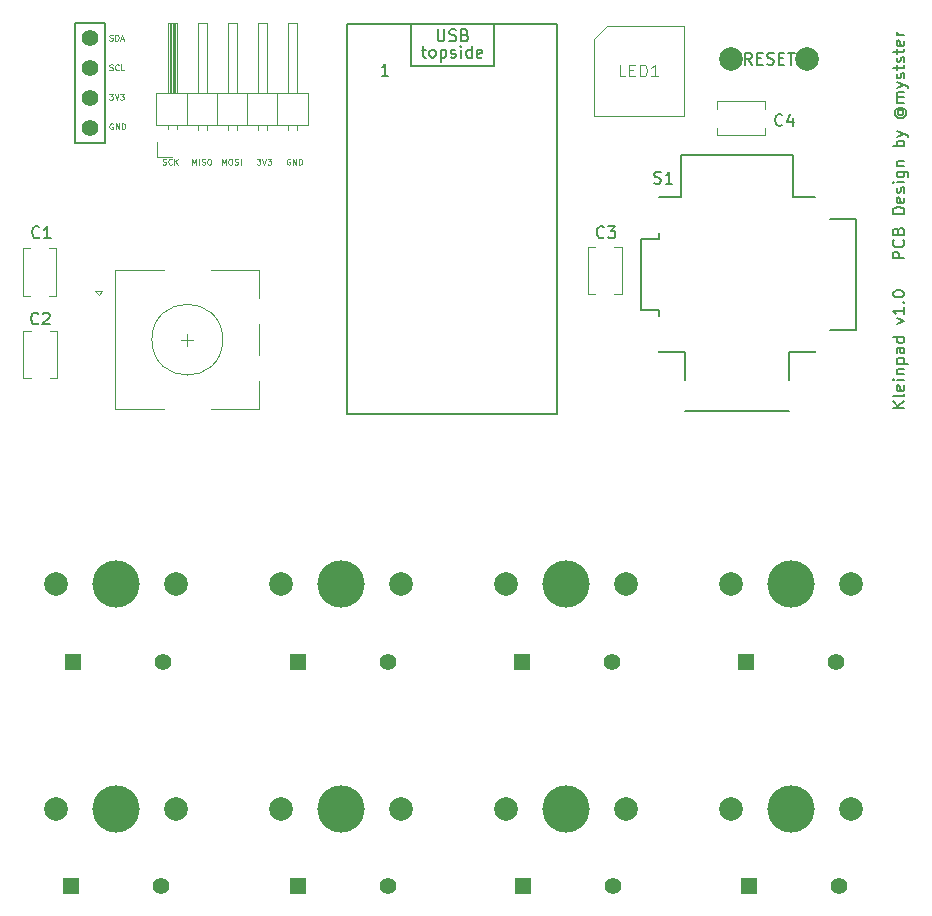
<source format=gbr>
G04 #@! TF.GenerationSoftware,KiCad,Pcbnew,9.0.3*
G04 #@! TF.CreationDate,2025-07-19T22:29:45+09:00*
G04 #@! TF.ProjectId,kleinpad,6b6c6569-6e70-4616-942e-6b696361645f,1.0*
G04 #@! TF.SameCoordinates,Original*
G04 #@! TF.FileFunction,Legend,Top*
G04 #@! TF.FilePolarity,Positive*
%FSLAX46Y46*%
G04 Gerber Fmt 4.6, Leading zero omitted, Abs format (unit mm)*
G04 Created by KiCad (PCBNEW 9.0.3) date 2025-07-19 22:29:45*
%MOMM*%
%LPD*%
G01*
G04 APERTURE LIST*
%ADD10C,0.100000*%
%ADD11C,0.200000*%
%ADD12C,0.150000*%
%ADD13C,0.120000*%
%ADD14C,0.127000*%
%ADD15R,1.397000X1.397000*%
%ADD16C,1.397000*%
%ADD17C,2.000000*%
%ADD18C,4.000000*%
G04 APERTURE END LIST*
D10*
X121210461Y-74409109D02*
X121210461Y-73909109D01*
X121210461Y-73909109D02*
X121377128Y-74266252D01*
X121377128Y-74266252D02*
X121543794Y-73909109D01*
X121543794Y-73909109D02*
X121543794Y-74409109D01*
X121877128Y-73909109D02*
X121972366Y-73909109D01*
X121972366Y-73909109D02*
X122019985Y-73932919D01*
X122019985Y-73932919D02*
X122067604Y-73980538D01*
X122067604Y-73980538D02*
X122091414Y-74075776D01*
X122091414Y-74075776D02*
X122091414Y-74242442D01*
X122091414Y-74242442D02*
X122067604Y-74337680D01*
X122067604Y-74337680D02*
X122019985Y-74385300D01*
X122019985Y-74385300D02*
X121972366Y-74409109D01*
X121972366Y-74409109D02*
X121877128Y-74409109D01*
X121877128Y-74409109D02*
X121829509Y-74385300D01*
X121829509Y-74385300D02*
X121781890Y-74337680D01*
X121781890Y-74337680D02*
X121758081Y-74242442D01*
X121758081Y-74242442D02*
X121758081Y-74075776D01*
X121758081Y-74075776D02*
X121781890Y-73980538D01*
X121781890Y-73980538D02*
X121829509Y-73932919D01*
X121829509Y-73932919D02*
X121877128Y-73909109D01*
X122281891Y-74385300D02*
X122353319Y-74409109D01*
X122353319Y-74409109D02*
X122472367Y-74409109D01*
X122472367Y-74409109D02*
X122519986Y-74385300D01*
X122519986Y-74385300D02*
X122543795Y-74361490D01*
X122543795Y-74361490D02*
X122567605Y-74313871D01*
X122567605Y-74313871D02*
X122567605Y-74266252D01*
X122567605Y-74266252D02*
X122543795Y-74218633D01*
X122543795Y-74218633D02*
X122519986Y-74194823D01*
X122519986Y-74194823D02*
X122472367Y-74171014D01*
X122472367Y-74171014D02*
X122377129Y-74147204D01*
X122377129Y-74147204D02*
X122329510Y-74123395D01*
X122329510Y-74123395D02*
X122305700Y-74099585D01*
X122305700Y-74099585D02*
X122281891Y-74051966D01*
X122281891Y-74051966D02*
X122281891Y-74004347D01*
X122281891Y-74004347D02*
X122305700Y-73956728D01*
X122305700Y-73956728D02*
X122329510Y-73932919D01*
X122329510Y-73932919D02*
X122377129Y-73909109D01*
X122377129Y-73909109D02*
X122496176Y-73909109D01*
X122496176Y-73909109D02*
X122567605Y-73932919D01*
X122781890Y-74409109D02*
X122781890Y-73909109D01*
X118710461Y-74409109D02*
X118710461Y-73909109D01*
X118710461Y-73909109D02*
X118877128Y-74266252D01*
X118877128Y-74266252D02*
X119043794Y-73909109D01*
X119043794Y-73909109D02*
X119043794Y-74409109D01*
X119281890Y-74409109D02*
X119281890Y-73909109D01*
X119496176Y-74385300D02*
X119567604Y-74409109D01*
X119567604Y-74409109D02*
X119686652Y-74409109D01*
X119686652Y-74409109D02*
X119734271Y-74385300D01*
X119734271Y-74385300D02*
X119758080Y-74361490D01*
X119758080Y-74361490D02*
X119781890Y-74313871D01*
X119781890Y-74313871D02*
X119781890Y-74266252D01*
X119781890Y-74266252D02*
X119758080Y-74218633D01*
X119758080Y-74218633D02*
X119734271Y-74194823D01*
X119734271Y-74194823D02*
X119686652Y-74171014D01*
X119686652Y-74171014D02*
X119591414Y-74147204D01*
X119591414Y-74147204D02*
X119543795Y-74123395D01*
X119543795Y-74123395D02*
X119519985Y-74099585D01*
X119519985Y-74099585D02*
X119496176Y-74051966D01*
X119496176Y-74051966D02*
X119496176Y-74004347D01*
X119496176Y-74004347D02*
X119519985Y-73956728D01*
X119519985Y-73956728D02*
X119543795Y-73932919D01*
X119543795Y-73932919D02*
X119591414Y-73909109D01*
X119591414Y-73909109D02*
X119710461Y-73909109D01*
X119710461Y-73909109D02*
X119781890Y-73932919D01*
X120091413Y-73909109D02*
X120186651Y-73909109D01*
X120186651Y-73909109D02*
X120234270Y-73932919D01*
X120234270Y-73932919D02*
X120281889Y-73980538D01*
X120281889Y-73980538D02*
X120305699Y-74075776D01*
X120305699Y-74075776D02*
X120305699Y-74242442D01*
X120305699Y-74242442D02*
X120281889Y-74337680D01*
X120281889Y-74337680D02*
X120234270Y-74385300D01*
X120234270Y-74385300D02*
X120186651Y-74409109D01*
X120186651Y-74409109D02*
X120091413Y-74409109D01*
X120091413Y-74409109D02*
X120043794Y-74385300D01*
X120043794Y-74385300D02*
X119996175Y-74337680D01*
X119996175Y-74337680D02*
X119972366Y-74242442D01*
X119972366Y-74242442D02*
X119972366Y-74075776D01*
X119972366Y-74075776D02*
X119996175Y-73980538D01*
X119996175Y-73980538D02*
X120043794Y-73932919D01*
X120043794Y-73932919D02*
X120091413Y-73909109D01*
X116186652Y-74385300D02*
X116258080Y-74409109D01*
X116258080Y-74409109D02*
X116377128Y-74409109D01*
X116377128Y-74409109D02*
X116424747Y-74385300D01*
X116424747Y-74385300D02*
X116448556Y-74361490D01*
X116448556Y-74361490D02*
X116472366Y-74313871D01*
X116472366Y-74313871D02*
X116472366Y-74266252D01*
X116472366Y-74266252D02*
X116448556Y-74218633D01*
X116448556Y-74218633D02*
X116424747Y-74194823D01*
X116424747Y-74194823D02*
X116377128Y-74171014D01*
X116377128Y-74171014D02*
X116281890Y-74147204D01*
X116281890Y-74147204D02*
X116234271Y-74123395D01*
X116234271Y-74123395D02*
X116210461Y-74099585D01*
X116210461Y-74099585D02*
X116186652Y-74051966D01*
X116186652Y-74051966D02*
X116186652Y-74004347D01*
X116186652Y-74004347D02*
X116210461Y-73956728D01*
X116210461Y-73956728D02*
X116234271Y-73932919D01*
X116234271Y-73932919D02*
X116281890Y-73909109D01*
X116281890Y-73909109D02*
X116400937Y-73909109D01*
X116400937Y-73909109D02*
X116472366Y-73932919D01*
X116972365Y-74361490D02*
X116948556Y-74385300D01*
X116948556Y-74385300D02*
X116877127Y-74409109D01*
X116877127Y-74409109D02*
X116829508Y-74409109D01*
X116829508Y-74409109D02*
X116758080Y-74385300D01*
X116758080Y-74385300D02*
X116710461Y-74337680D01*
X116710461Y-74337680D02*
X116686651Y-74290061D01*
X116686651Y-74290061D02*
X116662842Y-74194823D01*
X116662842Y-74194823D02*
X116662842Y-74123395D01*
X116662842Y-74123395D02*
X116686651Y-74028157D01*
X116686651Y-74028157D02*
X116710461Y-73980538D01*
X116710461Y-73980538D02*
X116758080Y-73932919D01*
X116758080Y-73932919D02*
X116829508Y-73909109D01*
X116829508Y-73909109D02*
X116877127Y-73909109D01*
X116877127Y-73909109D02*
X116948556Y-73932919D01*
X116948556Y-73932919D02*
X116972365Y-73956728D01*
X117186651Y-74409109D02*
X117186651Y-73909109D01*
X117472365Y-74409109D02*
X117258080Y-74123395D01*
X117472365Y-73909109D02*
X117186651Y-74194823D01*
X126972366Y-73932919D02*
X126924747Y-73909109D01*
X126924747Y-73909109D02*
X126853318Y-73909109D01*
X126853318Y-73909109D02*
X126781890Y-73932919D01*
X126781890Y-73932919D02*
X126734271Y-73980538D01*
X126734271Y-73980538D02*
X126710461Y-74028157D01*
X126710461Y-74028157D02*
X126686652Y-74123395D01*
X126686652Y-74123395D02*
X126686652Y-74194823D01*
X126686652Y-74194823D02*
X126710461Y-74290061D01*
X126710461Y-74290061D02*
X126734271Y-74337680D01*
X126734271Y-74337680D02*
X126781890Y-74385300D01*
X126781890Y-74385300D02*
X126853318Y-74409109D01*
X126853318Y-74409109D02*
X126900937Y-74409109D01*
X126900937Y-74409109D02*
X126972366Y-74385300D01*
X126972366Y-74385300D02*
X126996175Y-74361490D01*
X126996175Y-74361490D02*
X126996175Y-74194823D01*
X126996175Y-74194823D02*
X126900937Y-74194823D01*
X127210461Y-74409109D02*
X127210461Y-73909109D01*
X127210461Y-73909109D02*
X127496175Y-74409109D01*
X127496175Y-74409109D02*
X127496175Y-73909109D01*
X127734271Y-74409109D02*
X127734271Y-73909109D01*
X127734271Y-73909109D02*
X127853319Y-73909109D01*
X127853319Y-73909109D02*
X127924747Y-73932919D01*
X127924747Y-73932919D02*
X127972366Y-73980538D01*
X127972366Y-73980538D02*
X127996176Y-74028157D01*
X127996176Y-74028157D02*
X128019985Y-74123395D01*
X128019985Y-74123395D02*
X128019985Y-74194823D01*
X128019985Y-74194823D02*
X127996176Y-74290061D01*
X127996176Y-74290061D02*
X127972366Y-74337680D01*
X127972366Y-74337680D02*
X127924747Y-74385300D01*
X127924747Y-74385300D02*
X127853319Y-74409109D01*
X127853319Y-74409109D02*
X127734271Y-74409109D01*
X124162842Y-73909109D02*
X124472366Y-73909109D01*
X124472366Y-73909109D02*
X124305699Y-74099585D01*
X124305699Y-74099585D02*
X124377128Y-74099585D01*
X124377128Y-74099585D02*
X124424747Y-74123395D01*
X124424747Y-74123395D02*
X124448556Y-74147204D01*
X124448556Y-74147204D02*
X124472366Y-74194823D01*
X124472366Y-74194823D02*
X124472366Y-74313871D01*
X124472366Y-74313871D02*
X124448556Y-74361490D01*
X124448556Y-74361490D02*
X124424747Y-74385300D01*
X124424747Y-74385300D02*
X124377128Y-74409109D01*
X124377128Y-74409109D02*
X124234271Y-74409109D01*
X124234271Y-74409109D02*
X124186652Y-74385300D01*
X124186652Y-74385300D02*
X124162842Y-74361490D01*
X124615223Y-73909109D02*
X124781889Y-74409109D01*
X124781889Y-74409109D02*
X124948556Y-73909109D01*
X125067603Y-73909109D02*
X125377127Y-73909109D01*
X125377127Y-73909109D02*
X125210460Y-74099585D01*
X125210460Y-74099585D02*
X125281889Y-74099585D01*
X125281889Y-74099585D02*
X125329508Y-74123395D01*
X125329508Y-74123395D02*
X125353317Y-74147204D01*
X125353317Y-74147204D02*
X125377127Y-74194823D01*
X125377127Y-74194823D02*
X125377127Y-74313871D01*
X125377127Y-74313871D02*
X125353317Y-74361490D01*
X125353317Y-74361490D02*
X125329508Y-74385300D01*
X125329508Y-74385300D02*
X125281889Y-74409109D01*
X125281889Y-74409109D02*
X125139032Y-74409109D01*
X125139032Y-74409109D02*
X125091413Y-74385300D01*
X125091413Y-74385300D02*
X125067603Y-74361490D01*
X111972366Y-70932919D02*
X111924747Y-70909109D01*
X111924747Y-70909109D02*
X111853318Y-70909109D01*
X111853318Y-70909109D02*
X111781890Y-70932919D01*
X111781890Y-70932919D02*
X111734271Y-70980538D01*
X111734271Y-70980538D02*
X111710461Y-71028157D01*
X111710461Y-71028157D02*
X111686652Y-71123395D01*
X111686652Y-71123395D02*
X111686652Y-71194823D01*
X111686652Y-71194823D02*
X111710461Y-71290061D01*
X111710461Y-71290061D02*
X111734271Y-71337680D01*
X111734271Y-71337680D02*
X111781890Y-71385300D01*
X111781890Y-71385300D02*
X111853318Y-71409109D01*
X111853318Y-71409109D02*
X111900937Y-71409109D01*
X111900937Y-71409109D02*
X111972366Y-71385300D01*
X111972366Y-71385300D02*
X111996175Y-71361490D01*
X111996175Y-71361490D02*
X111996175Y-71194823D01*
X111996175Y-71194823D02*
X111900937Y-71194823D01*
X112210461Y-71409109D02*
X112210461Y-70909109D01*
X112210461Y-70909109D02*
X112496175Y-71409109D01*
X112496175Y-71409109D02*
X112496175Y-70909109D01*
X112734271Y-71409109D02*
X112734271Y-70909109D01*
X112734271Y-70909109D02*
X112853319Y-70909109D01*
X112853319Y-70909109D02*
X112924747Y-70932919D01*
X112924747Y-70932919D02*
X112972366Y-70980538D01*
X112972366Y-70980538D02*
X112996176Y-71028157D01*
X112996176Y-71028157D02*
X113019985Y-71123395D01*
X113019985Y-71123395D02*
X113019985Y-71194823D01*
X113019985Y-71194823D02*
X112996176Y-71290061D01*
X112996176Y-71290061D02*
X112972366Y-71337680D01*
X112972366Y-71337680D02*
X112924747Y-71385300D01*
X112924747Y-71385300D02*
X112853319Y-71409109D01*
X112853319Y-71409109D02*
X112734271Y-71409109D01*
X111662842Y-68409109D02*
X111972366Y-68409109D01*
X111972366Y-68409109D02*
X111805699Y-68599585D01*
X111805699Y-68599585D02*
X111877128Y-68599585D01*
X111877128Y-68599585D02*
X111924747Y-68623395D01*
X111924747Y-68623395D02*
X111948556Y-68647204D01*
X111948556Y-68647204D02*
X111972366Y-68694823D01*
X111972366Y-68694823D02*
X111972366Y-68813871D01*
X111972366Y-68813871D02*
X111948556Y-68861490D01*
X111948556Y-68861490D02*
X111924747Y-68885300D01*
X111924747Y-68885300D02*
X111877128Y-68909109D01*
X111877128Y-68909109D02*
X111734271Y-68909109D01*
X111734271Y-68909109D02*
X111686652Y-68885300D01*
X111686652Y-68885300D02*
X111662842Y-68861490D01*
X112115223Y-68409109D02*
X112281889Y-68909109D01*
X112281889Y-68909109D02*
X112448556Y-68409109D01*
X112567603Y-68409109D02*
X112877127Y-68409109D01*
X112877127Y-68409109D02*
X112710460Y-68599585D01*
X112710460Y-68599585D02*
X112781889Y-68599585D01*
X112781889Y-68599585D02*
X112829508Y-68623395D01*
X112829508Y-68623395D02*
X112853317Y-68647204D01*
X112853317Y-68647204D02*
X112877127Y-68694823D01*
X112877127Y-68694823D02*
X112877127Y-68813871D01*
X112877127Y-68813871D02*
X112853317Y-68861490D01*
X112853317Y-68861490D02*
X112829508Y-68885300D01*
X112829508Y-68885300D02*
X112781889Y-68909109D01*
X112781889Y-68909109D02*
X112639032Y-68909109D01*
X112639032Y-68909109D02*
X112591413Y-68885300D01*
X112591413Y-68885300D02*
X112567603Y-68861490D01*
X111686652Y-66385300D02*
X111758080Y-66409109D01*
X111758080Y-66409109D02*
X111877128Y-66409109D01*
X111877128Y-66409109D02*
X111924747Y-66385300D01*
X111924747Y-66385300D02*
X111948556Y-66361490D01*
X111948556Y-66361490D02*
X111972366Y-66313871D01*
X111972366Y-66313871D02*
X111972366Y-66266252D01*
X111972366Y-66266252D02*
X111948556Y-66218633D01*
X111948556Y-66218633D02*
X111924747Y-66194823D01*
X111924747Y-66194823D02*
X111877128Y-66171014D01*
X111877128Y-66171014D02*
X111781890Y-66147204D01*
X111781890Y-66147204D02*
X111734271Y-66123395D01*
X111734271Y-66123395D02*
X111710461Y-66099585D01*
X111710461Y-66099585D02*
X111686652Y-66051966D01*
X111686652Y-66051966D02*
X111686652Y-66004347D01*
X111686652Y-66004347D02*
X111710461Y-65956728D01*
X111710461Y-65956728D02*
X111734271Y-65932919D01*
X111734271Y-65932919D02*
X111781890Y-65909109D01*
X111781890Y-65909109D02*
X111900937Y-65909109D01*
X111900937Y-65909109D02*
X111972366Y-65932919D01*
X112472365Y-66361490D02*
X112448556Y-66385300D01*
X112448556Y-66385300D02*
X112377127Y-66409109D01*
X112377127Y-66409109D02*
X112329508Y-66409109D01*
X112329508Y-66409109D02*
X112258080Y-66385300D01*
X112258080Y-66385300D02*
X112210461Y-66337680D01*
X112210461Y-66337680D02*
X112186651Y-66290061D01*
X112186651Y-66290061D02*
X112162842Y-66194823D01*
X112162842Y-66194823D02*
X112162842Y-66123395D01*
X112162842Y-66123395D02*
X112186651Y-66028157D01*
X112186651Y-66028157D02*
X112210461Y-65980538D01*
X112210461Y-65980538D02*
X112258080Y-65932919D01*
X112258080Y-65932919D02*
X112329508Y-65909109D01*
X112329508Y-65909109D02*
X112377127Y-65909109D01*
X112377127Y-65909109D02*
X112448556Y-65932919D01*
X112448556Y-65932919D02*
X112472365Y-65956728D01*
X112924746Y-66409109D02*
X112686651Y-66409109D01*
X112686651Y-66409109D02*
X112686651Y-65909109D01*
X111686652Y-63885300D02*
X111758080Y-63909109D01*
X111758080Y-63909109D02*
X111877128Y-63909109D01*
X111877128Y-63909109D02*
X111924747Y-63885300D01*
X111924747Y-63885300D02*
X111948556Y-63861490D01*
X111948556Y-63861490D02*
X111972366Y-63813871D01*
X111972366Y-63813871D02*
X111972366Y-63766252D01*
X111972366Y-63766252D02*
X111948556Y-63718633D01*
X111948556Y-63718633D02*
X111924747Y-63694823D01*
X111924747Y-63694823D02*
X111877128Y-63671014D01*
X111877128Y-63671014D02*
X111781890Y-63647204D01*
X111781890Y-63647204D02*
X111734271Y-63623395D01*
X111734271Y-63623395D02*
X111710461Y-63599585D01*
X111710461Y-63599585D02*
X111686652Y-63551966D01*
X111686652Y-63551966D02*
X111686652Y-63504347D01*
X111686652Y-63504347D02*
X111710461Y-63456728D01*
X111710461Y-63456728D02*
X111734271Y-63432919D01*
X111734271Y-63432919D02*
X111781890Y-63409109D01*
X111781890Y-63409109D02*
X111900937Y-63409109D01*
X111900937Y-63409109D02*
X111972366Y-63432919D01*
X112186651Y-63909109D02*
X112186651Y-63409109D01*
X112186651Y-63409109D02*
X112305699Y-63409109D01*
X112305699Y-63409109D02*
X112377127Y-63432919D01*
X112377127Y-63432919D02*
X112424746Y-63480538D01*
X112424746Y-63480538D02*
X112448556Y-63528157D01*
X112448556Y-63528157D02*
X112472365Y-63623395D01*
X112472365Y-63623395D02*
X112472365Y-63694823D01*
X112472365Y-63694823D02*
X112448556Y-63790061D01*
X112448556Y-63790061D02*
X112424746Y-63837680D01*
X112424746Y-63837680D02*
X112377127Y-63885300D01*
X112377127Y-63885300D02*
X112305699Y-63909109D01*
X112305699Y-63909109D02*
X112186651Y-63909109D01*
X112662842Y-63766252D02*
X112900937Y-63766252D01*
X112615223Y-63909109D02*
X112781889Y-63409109D01*
X112781889Y-63409109D02*
X112948556Y-63909109D01*
D11*
X178992844Y-95005826D02*
X177992844Y-95005826D01*
X178992844Y-94434398D02*
X178421415Y-94862969D01*
X177992844Y-94434398D02*
X178564272Y-95005826D01*
X178992844Y-93862969D02*
X178945225Y-93958207D01*
X178945225Y-93958207D02*
X178849986Y-94005826D01*
X178849986Y-94005826D02*
X177992844Y-94005826D01*
X178945225Y-93101064D02*
X178992844Y-93196302D01*
X178992844Y-93196302D02*
X178992844Y-93386778D01*
X178992844Y-93386778D02*
X178945225Y-93482016D01*
X178945225Y-93482016D02*
X178849986Y-93529635D01*
X178849986Y-93529635D02*
X178469034Y-93529635D01*
X178469034Y-93529635D02*
X178373796Y-93482016D01*
X178373796Y-93482016D02*
X178326177Y-93386778D01*
X178326177Y-93386778D02*
X178326177Y-93196302D01*
X178326177Y-93196302D02*
X178373796Y-93101064D01*
X178373796Y-93101064D02*
X178469034Y-93053445D01*
X178469034Y-93053445D02*
X178564272Y-93053445D01*
X178564272Y-93053445D02*
X178659510Y-93529635D01*
X178992844Y-92624873D02*
X178326177Y-92624873D01*
X177992844Y-92624873D02*
X178040463Y-92672492D01*
X178040463Y-92672492D02*
X178088082Y-92624873D01*
X178088082Y-92624873D02*
X178040463Y-92577254D01*
X178040463Y-92577254D02*
X177992844Y-92624873D01*
X177992844Y-92624873D02*
X178088082Y-92624873D01*
X178326177Y-92148683D02*
X178992844Y-92148683D01*
X178421415Y-92148683D02*
X178373796Y-92101064D01*
X178373796Y-92101064D02*
X178326177Y-92005826D01*
X178326177Y-92005826D02*
X178326177Y-91862969D01*
X178326177Y-91862969D02*
X178373796Y-91767731D01*
X178373796Y-91767731D02*
X178469034Y-91720112D01*
X178469034Y-91720112D02*
X178992844Y-91720112D01*
X178326177Y-91243921D02*
X179326177Y-91243921D01*
X178373796Y-91243921D02*
X178326177Y-91148683D01*
X178326177Y-91148683D02*
X178326177Y-90958207D01*
X178326177Y-90958207D02*
X178373796Y-90862969D01*
X178373796Y-90862969D02*
X178421415Y-90815350D01*
X178421415Y-90815350D02*
X178516653Y-90767731D01*
X178516653Y-90767731D02*
X178802367Y-90767731D01*
X178802367Y-90767731D02*
X178897605Y-90815350D01*
X178897605Y-90815350D02*
X178945225Y-90862969D01*
X178945225Y-90862969D02*
X178992844Y-90958207D01*
X178992844Y-90958207D02*
X178992844Y-91148683D01*
X178992844Y-91148683D02*
X178945225Y-91243921D01*
X178992844Y-89910588D02*
X178469034Y-89910588D01*
X178469034Y-89910588D02*
X178373796Y-89958207D01*
X178373796Y-89958207D02*
X178326177Y-90053445D01*
X178326177Y-90053445D02*
X178326177Y-90243921D01*
X178326177Y-90243921D02*
X178373796Y-90339159D01*
X178945225Y-89910588D02*
X178992844Y-90005826D01*
X178992844Y-90005826D02*
X178992844Y-90243921D01*
X178992844Y-90243921D02*
X178945225Y-90339159D01*
X178945225Y-90339159D02*
X178849986Y-90386778D01*
X178849986Y-90386778D02*
X178754748Y-90386778D01*
X178754748Y-90386778D02*
X178659510Y-90339159D01*
X178659510Y-90339159D02*
X178611891Y-90243921D01*
X178611891Y-90243921D02*
X178611891Y-90005826D01*
X178611891Y-90005826D02*
X178564272Y-89910588D01*
X178992844Y-89005826D02*
X177992844Y-89005826D01*
X178945225Y-89005826D02*
X178992844Y-89101064D01*
X178992844Y-89101064D02*
X178992844Y-89291540D01*
X178992844Y-89291540D02*
X178945225Y-89386778D01*
X178945225Y-89386778D02*
X178897605Y-89434397D01*
X178897605Y-89434397D02*
X178802367Y-89482016D01*
X178802367Y-89482016D02*
X178516653Y-89482016D01*
X178516653Y-89482016D02*
X178421415Y-89434397D01*
X178421415Y-89434397D02*
X178373796Y-89386778D01*
X178373796Y-89386778D02*
X178326177Y-89291540D01*
X178326177Y-89291540D02*
X178326177Y-89101064D01*
X178326177Y-89101064D02*
X178373796Y-89005826D01*
X178326177Y-87862968D02*
X178992844Y-87624873D01*
X178992844Y-87624873D02*
X178326177Y-87386778D01*
X178992844Y-86482016D02*
X178992844Y-87053444D01*
X178992844Y-86767730D02*
X177992844Y-86767730D01*
X177992844Y-86767730D02*
X178135701Y-86862968D01*
X178135701Y-86862968D02*
X178230939Y-86958206D01*
X178230939Y-86958206D02*
X178278558Y-87053444D01*
X178897605Y-86053444D02*
X178945225Y-86005825D01*
X178945225Y-86005825D02*
X178992844Y-86053444D01*
X178992844Y-86053444D02*
X178945225Y-86101063D01*
X178945225Y-86101063D02*
X178897605Y-86053444D01*
X178897605Y-86053444D02*
X178992844Y-86053444D01*
X177992844Y-85386778D02*
X177992844Y-85291540D01*
X177992844Y-85291540D02*
X178040463Y-85196302D01*
X178040463Y-85196302D02*
X178088082Y-85148683D01*
X178088082Y-85148683D02*
X178183320Y-85101064D01*
X178183320Y-85101064D02*
X178373796Y-85053445D01*
X178373796Y-85053445D02*
X178611891Y-85053445D01*
X178611891Y-85053445D02*
X178802367Y-85101064D01*
X178802367Y-85101064D02*
X178897605Y-85148683D01*
X178897605Y-85148683D02*
X178945225Y-85196302D01*
X178945225Y-85196302D02*
X178992844Y-85291540D01*
X178992844Y-85291540D02*
X178992844Y-85386778D01*
X178992844Y-85386778D02*
X178945225Y-85482016D01*
X178945225Y-85482016D02*
X178897605Y-85529635D01*
X178897605Y-85529635D02*
X178802367Y-85577254D01*
X178802367Y-85577254D02*
X178611891Y-85624873D01*
X178611891Y-85624873D02*
X178373796Y-85624873D01*
X178373796Y-85624873D02*
X178183320Y-85577254D01*
X178183320Y-85577254D02*
X178088082Y-85529635D01*
X178088082Y-85529635D02*
X178040463Y-85482016D01*
X178040463Y-85482016D02*
X177992844Y-85386778D01*
X178992844Y-82339158D02*
X177992844Y-82339158D01*
X177992844Y-82339158D02*
X177992844Y-81958206D01*
X177992844Y-81958206D02*
X178040463Y-81862968D01*
X178040463Y-81862968D02*
X178088082Y-81815349D01*
X178088082Y-81815349D02*
X178183320Y-81767730D01*
X178183320Y-81767730D02*
X178326177Y-81767730D01*
X178326177Y-81767730D02*
X178421415Y-81815349D01*
X178421415Y-81815349D02*
X178469034Y-81862968D01*
X178469034Y-81862968D02*
X178516653Y-81958206D01*
X178516653Y-81958206D02*
X178516653Y-82339158D01*
X178897605Y-80767730D02*
X178945225Y-80815349D01*
X178945225Y-80815349D02*
X178992844Y-80958206D01*
X178992844Y-80958206D02*
X178992844Y-81053444D01*
X178992844Y-81053444D02*
X178945225Y-81196301D01*
X178945225Y-81196301D02*
X178849986Y-81291539D01*
X178849986Y-81291539D02*
X178754748Y-81339158D01*
X178754748Y-81339158D02*
X178564272Y-81386777D01*
X178564272Y-81386777D02*
X178421415Y-81386777D01*
X178421415Y-81386777D02*
X178230939Y-81339158D01*
X178230939Y-81339158D02*
X178135701Y-81291539D01*
X178135701Y-81291539D02*
X178040463Y-81196301D01*
X178040463Y-81196301D02*
X177992844Y-81053444D01*
X177992844Y-81053444D02*
X177992844Y-80958206D01*
X177992844Y-80958206D02*
X178040463Y-80815349D01*
X178040463Y-80815349D02*
X178088082Y-80767730D01*
X178469034Y-80005825D02*
X178516653Y-79862968D01*
X178516653Y-79862968D02*
X178564272Y-79815349D01*
X178564272Y-79815349D02*
X178659510Y-79767730D01*
X178659510Y-79767730D02*
X178802367Y-79767730D01*
X178802367Y-79767730D02*
X178897605Y-79815349D01*
X178897605Y-79815349D02*
X178945225Y-79862968D01*
X178945225Y-79862968D02*
X178992844Y-79958206D01*
X178992844Y-79958206D02*
X178992844Y-80339158D01*
X178992844Y-80339158D02*
X177992844Y-80339158D01*
X177992844Y-80339158D02*
X177992844Y-80005825D01*
X177992844Y-80005825D02*
X178040463Y-79910587D01*
X178040463Y-79910587D02*
X178088082Y-79862968D01*
X178088082Y-79862968D02*
X178183320Y-79815349D01*
X178183320Y-79815349D02*
X178278558Y-79815349D01*
X178278558Y-79815349D02*
X178373796Y-79862968D01*
X178373796Y-79862968D02*
X178421415Y-79910587D01*
X178421415Y-79910587D02*
X178469034Y-80005825D01*
X178469034Y-80005825D02*
X178469034Y-80339158D01*
X178992844Y-78577253D02*
X177992844Y-78577253D01*
X177992844Y-78577253D02*
X177992844Y-78339158D01*
X177992844Y-78339158D02*
X178040463Y-78196301D01*
X178040463Y-78196301D02*
X178135701Y-78101063D01*
X178135701Y-78101063D02*
X178230939Y-78053444D01*
X178230939Y-78053444D02*
X178421415Y-78005825D01*
X178421415Y-78005825D02*
X178564272Y-78005825D01*
X178564272Y-78005825D02*
X178754748Y-78053444D01*
X178754748Y-78053444D02*
X178849986Y-78101063D01*
X178849986Y-78101063D02*
X178945225Y-78196301D01*
X178945225Y-78196301D02*
X178992844Y-78339158D01*
X178992844Y-78339158D02*
X178992844Y-78577253D01*
X178945225Y-77196301D02*
X178992844Y-77291539D01*
X178992844Y-77291539D02*
X178992844Y-77482015D01*
X178992844Y-77482015D02*
X178945225Y-77577253D01*
X178945225Y-77577253D02*
X178849986Y-77624872D01*
X178849986Y-77624872D02*
X178469034Y-77624872D01*
X178469034Y-77624872D02*
X178373796Y-77577253D01*
X178373796Y-77577253D02*
X178326177Y-77482015D01*
X178326177Y-77482015D02*
X178326177Y-77291539D01*
X178326177Y-77291539D02*
X178373796Y-77196301D01*
X178373796Y-77196301D02*
X178469034Y-77148682D01*
X178469034Y-77148682D02*
X178564272Y-77148682D01*
X178564272Y-77148682D02*
X178659510Y-77624872D01*
X178945225Y-76767729D02*
X178992844Y-76672491D01*
X178992844Y-76672491D02*
X178992844Y-76482015D01*
X178992844Y-76482015D02*
X178945225Y-76386777D01*
X178945225Y-76386777D02*
X178849986Y-76339158D01*
X178849986Y-76339158D02*
X178802367Y-76339158D01*
X178802367Y-76339158D02*
X178707129Y-76386777D01*
X178707129Y-76386777D02*
X178659510Y-76482015D01*
X178659510Y-76482015D02*
X178659510Y-76624872D01*
X178659510Y-76624872D02*
X178611891Y-76720110D01*
X178611891Y-76720110D02*
X178516653Y-76767729D01*
X178516653Y-76767729D02*
X178469034Y-76767729D01*
X178469034Y-76767729D02*
X178373796Y-76720110D01*
X178373796Y-76720110D02*
X178326177Y-76624872D01*
X178326177Y-76624872D02*
X178326177Y-76482015D01*
X178326177Y-76482015D02*
X178373796Y-76386777D01*
X178992844Y-75910586D02*
X178326177Y-75910586D01*
X177992844Y-75910586D02*
X178040463Y-75958205D01*
X178040463Y-75958205D02*
X178088082Y-75910586D01*
X178088082Y-75910586D02*
X178040463Y-75862967D01*
X178040463Y-75862967D02*
X177992844Y-75910586D01*
X177992844Y-75910586D02*
X178088082Y-75910586D01*
X178326177Y-75005825D02*
X179135701Y-75005825D01*
X179135701Y-75005825D02*
X179230939Y-75053444D01*
X179230939Y-75053444D02*
X179278558Y-75101063D01*
X179278558Y-75101063D02*
X179326177Y-75196301D01*
X179326177Y-75196301D02*
X179326177Y-75339158D01*
X179326177Y-75339158D02*
X179278558Y-75434396D01*
X178945225Y-75005825D02*
X178992844Y-75101063D01*
X178992844Y-75101063D02*
X178992844Y-75291539D01*
X178992844Y-75291539D02*
X178945225Y-75386777D01*
X178945225Y-75386777D02*
X178897605Y-75434396D01*
X178897605Y-75434396D02*
X178802367Y-75482015D01*
X178802367Y-75482015D02*
X178516653Y-75482015D01*
X178516653Y-75482015D02*
X178421415Y-75434396D01*
X178421415Y-75434396D02*
X178373796Y-75386777D01*
X178373796Y-75386777D02*
X178326177Y-75291539D01*
X178326177Y-75291539D02*
X178326177Y-75101063D01*
X178326177Y-75101063D02*
X178373796Y-75005825D01*
X178326177Y-74529634D02*
X178992844Y-74529634D01*
X178421415Y-74529634D02*
X178373796Y-74482015D01*
X178373796Y-74482015D02*
X178326177Y-74386777D01*
X178326177Y-74386777D02*
X178326177Y-74243920D01*
X178326177Y-74243920D02*
X178373796Y-74148682D01*
X178373796Y-74148682D02*
X178469034Y-74101063D01*
X178469034Y-74101063D02*
X178992844Y-74101063D01*
X178992844Y-72862967D02*
X177992844Y-72862967D01*
X178373796Y-72862967D02*
X178326177Y-72767729D01*
X178326177Y-72767729D02*
X178326177Y-72577253D01*
X178326177Y-72577253D02*
X178373796Y-72482015D01*
X178373796Y-72482015D02*
X178421415Y-72434396D01*
X178421415Y-72434396D02*
X178516653Y-72386777D01*
X178516653Y-72386777D02*
X178802367Y-72386777D01*
X178802367Y-72386777D02*
X178897605Y-72434396D01*
X178897605Y-72434396D02*
X178945225Y-72482015D01*
X178945225Y-72482015D02*
X178992844Y-72577253D01*
X178992844Y-72577253D02*
X178992844Y-72767729D01*
X178992844Y-72767729D02*
X178945225Y-72862967D01*
X178326177Y-72053443D02*
X178992844Y-71815348D01*
X178326177Y-71577253D02*
X178992844Y-71815348D01*
X178992844Y-71815348D02*
X179230939Y-71910586D01*
X179230939Y-71910586D02*
X179278558Y-71958205D01*
X179278558Y-71958205D02*
X179326177Y-72053443D01*
X178516653Y-69815348D02*
X178469034Y-69862967D01*
X178469034Y-69862967D02*
X178421415Y-69958205D01*
X178421415Y-69958205D02*
X178421415Y-70053443D01*
X178421415Y-70053443D02*
X178469034Y-70148681D01*
X178469034Y-70148681D02*
X178516653Y-70196300D01*
X178516653Y-70196300D02*
X178611891Y-70243919D01*
X178611891Y-70243919D02*
X178707129Y-70243919D01*
X178707129Y-70243919D02*
X178802367Y-70196300D01*
X178802367Y-70196300D02*
X178849986Y-70148681D01*
X178849986Y-70148681D02*
X178897605Y-70053443D01*
X178897605Y-70053443D02*
X178897605Y-69958205D01*
X178897605Y-69958205D02*
X178849986Y-69862967D01*
X178849986Y-69862967D02*
X178802367Y-69815348D01*
X178421415Y-69815348D02*
X178802367Y-69815348D01*
X178802367Y-69815348D02*
X178849986Y-69767729D01*
X178849986Y-69767729D02*
X178849986Y-69720110D01*
X178849986Y-69720110D02*
X178802367Y-69624871D01*
X178802367Y-69624871D02*
X178707129Y-69577252D01*
X178707129Y-69577252D02*
X178469034Y-69577252D01*
X178469034Y-69577252D02*
X178326177Y-69672491D01*
X178326177Y-69672491D02*
X178230939Y-69815348D01*
X178230939Y-69815348D02*
X178183320Y-70005824D01*
X178183320Y-70005824D02*
X178230939Y-70196300D01*
X178230939Y-70196300D02*
X178326177Y-70339157D01*
X178326177Y-70339157D02*
X178469034Y-70434395D01*
X178469034Y-70434395D02*
X178659510Y-70482014D01*
X178659510Y-70482014D02*
X178849986Y-70434395D01*
X178849986Y-70434395D02*
X178992844Y-70339157D01*
X178992844Y-70339157D02*
X179088082Y-70196300D01*
X179088082Y-70196300D02*
X179135701Y-70005824D01*
X179135701Y-70005824D02*
X179088082Y-69815348D01*
X179088082Y-69815348D02*
X178992844Y-69672491D01*
X178992844Y-69148681D02*
X178326177Y-69148681D01*
X178421415Y-69148681D02*
X178373796Y-69101062D01*
X178373796Y-69101062D02*
X178326177Y-69005824D01*
X178326177Y-69005824D02*
X178326177Y-68862967D01*
X178326177Y-68862967D02*
X178373796Y-68767729D01*
X178373796Y-68767729D02*
X178469034Y-68720110D01*
X178469034Y-68720110D02*
X178992844Y-68720110D01*
X178469034Y-68720110D02*
X178373796Y-68672491D01*
X178373796Y-68672491D02*
X178326177Y-68577253D01*
X178326177Y-68577253D02*
X178326177Y-68434396D01*
X178326177Y-68434396D02*
X178373796Y-68339157D01*
X178373796Y-68339157D02*
X178469034Y-68291538D01*
X178469034Y-68291538D02*
X178992844Y-68291538D01*
X178326177Y-67910586D02*
X178992844Y-67672491D01*
X178326177Y-67434396D02*
X178992844Y-67672491D01*
X178992844Y-67672491D02*
X179230939Y-67767729D01*
X179230939Y-67767729D02*
X179278558Y-67815348D01*
X179278558Y-67815348D02*
X179326177Y-67910586D01*
X178945225Y-67101062D02*
X178992844Y-67005824D01*
X178992844Y-67005824D02*
X178992844Y-66815348D01*
X178992844Y-66815348D02*
X178945225Y-66720110D01*
X178945225Y-66720110D02*
X178849986Y-66672491D01*
X178849986Y-66672491D02*
X178802367Y-66672491D01*
X178802367Y-66672491D02*
X178707129Y-66720110D01*
X178707129Y-66720110D02*
X178659510Y-66815348D01*
X178659510Y-66815348D02*
X178659510Y-66958205D01*
X178659510Y-66958205D02*
X178611891Y-67053443D01*
X178611891Y-67053443D02*
X178516653Y-67101062D01*
X178516653Y-67101062D02*
X178469034Y-67101062D01*
X178469034Y-67101062D02*
X178373796Y-67053443D01*
X178373796Y-67053443D02*
X178326177Y-66958205D01*
X178326177Y-66958205D02*
X178326177Y-66815348D01*
X178326177Y-66815348D02*
X178373796Y-66720110D01*
X178326177Y-66386776D02*
X178326177Y-66005824D01*
X177992844Y-66243919D02*
X178849986Y-66243919D01*
X178849986Y-66243919D02*
X178945225Y-66196300D01*
X178945225Y-66196300D02*
X178992844Y-66101062D01*
X178992844Y-66101062D02*
X178992844Y-66005824D01*
X178945225Y-65720109D02*
X178992844Y-65624871D01*
X178992844Y-65624871D02*
X178992844Y-65434395D01*
X178992844Y-65434395D02*
X178945225Y-65339157D01*
X178945225Y-65339157D02*
X178849986Y-65291538D01*
X178849986Y-65291538D02*
X178802367Y-65291538D01*
X178802367Y-65291538D02*
X178707129Y-65339157D01*
X178707129Y-65339157D02*
X178659510Y-65434395D01*
X178659510Y-65434395D02*
X178659510Y-65577252D01*
X178659510Y-65577252D02*
X178611891Y-65672490D01*
X178611891Y-65672490D02*
X178516653Y-65720109D01*
X178516653Y-65720109D02*
X178469034Y-65720109D01*
X178469034Y-65720109D02*
X178373796Y-65672490D01*
X178373796Y-65672490D02*
X178326177Y-65577252D01*
X178326177Y-65577252D02*
X178326177Y-65434395D01*
X178326177Y-65434395D02*
X178373796Y-65339157D01*
X178326177Y-65005823D02*
X178326177Y-64624871D01*
X177992844Y-64862966D02*
X178849986Y-64862966D01*
X178849986Y-64862966D02*
X178945225Y-64815347D01*
X178945225Y-64815347D02*
X178992844Y-64720109D01*
X178992844Y-64720109D02*
X178992844Y-64624871D01*
X178945225Y-63910585D02*
X178992844Y-64005823D01*
X178992844Y-64005823D02*
X178992844Y-64196299D01*
X178992844Y-64196299D02*
X178945225Y-64291537D01*
X178945225Y-64291537D02*
X178849986Y-64339156D01*
X178849986Y-64339156D02*
X178469034Y-64339156D01*
X178469034Y-64339156D02*
X178373796Y-64291537D01*
X178373796Y-64291537D02*
X178326177Y-64196299D01*
X178326177Y-64196299D02*
X178326177Y-64005823D01*
X178326177Y-64005823D02*
X178373796Y-63910585D01*
X178373796Y-63910585D02*
X178469034Y-63862966D01*
X178469034Y-63862966D02*
X178564272Y-63862966D01*
X178564272Y-63862966D02*
X178659510Y-64339156D01*
X178992844Y-63434394D02*
X178326177Y-63434394D01*
X178516653Y-63434394D02*
X178421415Y-63386775D01*
X178421415Y-63386775D02*
X178373796Y-63339156D01*
X178373796Y-63339156D02*
X178326177Y-63243918D01*
X178326177Y-63243918D02*
X178326177Y-63148680D01*
D12*
X135296339Y-66862819D02*
X134724911Y-66862819D01*
X135010625Y-66862819D02*
X135010625Y-65862819D01*
X135010625Y-65862819D02*
X134915387Y-66005676D01*
X134915387Y-66005676D02*
X134820149Y-66100914D01*
X134820149Y-66100914D02*
X134724911Y-66148533D01*
X138106577Y-64678652D02*
X138487529Y-64678652D01*
X138249434Y-64345319D02*
X138249434Y-65202461D01*
X138249434Y-65202461D02*
X138297053Y-65297700D01*
X138297053Y-65297700D02*
X138392291Y-65345319D01*
X138392291Y-65345319D02*
X138487529Y-65345319D01*
X138963720Y-65345319D02*
X138868482Y-65297700D01*
X138868482Y-65297700D02*
X138820863Y-65250080D01*
X138820863Y-65250080D02*
X138773244Y-65154842D01*
X138773244Y-65154842D02*
X138773244Y-64869128D01*
X138773244Y-64869128D02*
X138820863Y-64773890D01*
X138820863Y-64773890D02*
X138868482Y-64726271D01*
X138868482Y-64726271D02*
X138963720Y-64678652D01*
X138963720Y-64678652D02*
X139106577Y-64678652D01*
X139106577Y-64678652D02*
X139201815Y-64726271D01*
X139201815Y-64726271D02*
X139249434Y-64773890D01*
X139249434Y-64773890D02*
X139297053Y-64869128D01*
X139297053Y-64869128D02*
X139297053Y-65154842D01*
X139297053Y-65154842D02*
X139249434Y-65250080D01*
X139249434Y-65250080D02*
X139201815Y-65297700D01*
X139201815Y-65297700D02*
X139106577Y-65345319D01*
X139106577Y-65345319D02*
X138963720Y-65345319D01*
X139725625Y-64678652D02*
X139725625Y-65678652D01*
X139725625Y-64726271D02*
X139820863Y-64678652D01*
X139820863Y-64678652D02*
X140011339Y-64678652D01*
X140011339Y-64678652D02*
X140106577Y-64726271D01*
X140106577Y-64726271D02*
X140154196Y-64773890D01*
X140154196Y-64773890D02*
X140201815Y-64869128D01*
X140201815Y-64869128D02*
X140201815Y-65154842D01*
X140201815Y-65154842D02*
X140154196Y-65250080D01*
X140154196Y-65250080D02*
X140106577Y-65297700D01*
X140106577Y-65297700D02*
X140011339Y-65345319D01*
X140011339Y-65345319D02*
X139820863Y-65345319D01*
X139820863Y-65345319D02*
X139725625Y-65297700D01*
X140582768Y-65297700D02*
X140678006Y-65345319D01*
X140678006Y-65345319D02*
X140868482Y-65345319D01*
X140868482Y-65345319D02*
X140963720Y-65297700D01*
X140963720Y-65297700D02*
X141011339Y-65202461D01*
X141011339Y-65202461D02*
X141011339Y-65154842D01*
X141011339Y-65154842D02*
X140963720Y-65059604D01*
X140963720Y-65059604D02*
X140868482Y-65011985D01*
X140868482Y-65011985D02*
X140725625Y-65011985D01*
X140725625Y-65011985D02*
X140630387Y-64964366D01*
X140630387Y-64964366D02*
X140582768Y-64869128D01*
X140582768Y-64869128D02*
X140582768Y-64821509D01*
X140582768Y-64821509D02*
X140630387Y-64726271D01*
X140630387Y-64726271D02*
X140725625Y-64678652D01*
X140725625Y-64678652D02*
X140868482Y-64678652D01*
X140868482Y-64678652D02*
X140963720Y-64726271D01*
X141439911Y-65345319D02*
X141439911Y-64678652D01*
X141439911Y-64345319D02*
X141392292Y-64392938D01*
X141392292Y-64392938D02*
X141439911Y-64440557D01*
X141439911Y-64440557D02*
X141487530Y-64392938D01*
X141487530Y-64392938D02*
X141439911Y-64345319D01*
X141439911Y-64345319D02*
X141439911Y-64440557D01*
X142344672Y-65345319D02*
X142344672Y-64345319D01*
X142344672Y-65297700D02*
X142249434Y-65345319D01*
X142249434Y-65345319D02*
X142058958Y-65345319D01*
X142058958Y-65345319D02*
X141963720Y-65297700D01*
X141963720Y-65297700D02*
X141916101Y-65250080D01*
X141916101Y-65250080D02*
X141868482Y-65154842D01*
X141868482Y-65154842D02*
X141868482Y-64869128D01*
X141868482Y-64869128D02*
X141916101Y-64773890D01*
X141916101Y-64773890D02*
X141963720Y-64726271D01*
X141963720Y-64726271D02*
X142058958Y-64678652D01*
X142058958Y-64678652D02*
X142249434Y-64678652D01*
X142249434Y-64678652D02*
X142344672Y-64726271D01*
X143201815Y-65297700D02*
X143106577Y-65345319D01*
X143106577Y-65345319D02*
X142916101Y-65345319D01*
X142916101Y-65345319D02*
X142820863Y-65297700D01*
X142820863Y-65297700D02*
X142773244Y-65202461D01*
X142773244Y-65202461D02*
X142773244Y-64821509D01*
X142773244Y-64821509D02*
X142820863Y-64726271D01*
X142820863Y-64726271D02*
X142916101Y-64678652D01*
X142916101Y-64678652D02*
X143106577Y-64678652D01*
X143106577Y-64678652D02*
X143201815Y-64726271D01*
X143201815Y-64726271D02*
X143249434Y-64821509D01*
X143249434Y-64821509D02*
X143249434Y-64916747D01*
X143249434Y-64916747D02*
X142773244Y-65011985D01*
X139463720Y-62945319D02*
X139463720Y-63754842D01*
X139463720Y-63754842D02*
X139511339Y-63850080D01*
X139511339Y-63850080D02*
X139558958Y-63897700D01*
X139558958Y-63897700D02*
X139654196Y-63945319D01*
X139654196Y-63945319D02*
X139844672Y-63945319D01*
X139844672Y-63945319D02*
X139939910Y-63897700D01*
X139939910Y-63897700D02*
X139987529Y-63850080D01*
X139987529Y-63850080D02*
X140035148Y-63754842D01*
X140035148Y-63754842D02*
X140035148Y-62945319D01*
X140463720Y-63897700D02*
X140606577Y-63945319D01*
X140606577Y-63945319D02*
X140844672Y-63945319D01*
X140844672Y-63945319D02*
X140939910Y-63897700D01*
X140939910Y-63897700D02*
X140987529Y-63850080D01*
X140987529Y-63850080D02*
X141035148Y-63754842D01*
X141035148Y-63754842D02*
X141035148Y-63659604D01*
X141035148Y-63659604D02*
X140987529Y-63564366D01*
X140987529Y-63564366D02*
X140939910Y-63516747D01*
X140939910Y-63516747D02*
X140844672Y-63469128D01*
X140844672Y-63469128D02*
X140654196Y-63421509D01*
X140654196Y-63421509D02*
X140558958Y-63373890D01*
X140558958Y-63373890D02*
X140511339Y-63326271D01*
X140511339Y-63326271D02*
X140463720Y-63231033D01*
X140463720Y-63231033D02*
X140463720Y-63135795D01*
X140463720Y-63135795D02*
X140511339Y-63040557D01*
X140511339Y-63040557D02*
X140558958Y-62992938D01*
X140558958Y-62992938D02*
X140654196Y-62945319D01*
X140654196Y-62945319D02*
X140892291Y-62945319D01*
X140892291Y-62945319D02*
X141035148Y-62992938D01*
X141797053Y-63421509D02*
X141939910Y-63469128D01*
X141939910Y-63469128D02*
X141987529Y-63516747D01*
X141987529Y-63516747D02*
X142035148Y-63611985D01*
X142035148Y-63611985D02*
X142035148Y-63754842D01*
X142035148Y-63754842D02*
X141987529Y-63850080D01*
X141987529Y-63850080D02*
X141939910Y-63897700D01*
X141939910Y-63897700D02*
X141844672Y-63945319D01*
X141844672Y-63945319D02*
X141463720Y-63945319D01*
X141463720Y-63945319D02*
X141463720Y-62945319D01*
X141463720Y-62945319D02*
X141797053Y-62945319D01*
X141797053Y-62945319D02*
X141892291Y-62992938D01*
X141892291Y-62992938D02*
X141939910Y-63040557D01*
X141939910Y-63040557D02*
X141987529Y-63135795D01*
X141987529Y-63135795D02*
X141987529Y-63231033D01*
X141987529Y-63231033D02*
X141939910Y-63326271D01*
X141939910Y-63326271D02*
X141892291Y-63373890D01*
X141892291Y-63373890D02*
X141797053Y-63421509D01*
X141797053Y-63421509D02*
X141463720Y-63421509D01*
X153558958Y-80535080D02*
X153511339Y-80582700D01*
X153511339Y-80582700D02*
X153368482Y-80630319D01*
X153368482Y-80630319D02*
X153273244Y-80630319D01*
X153273244Y-80630319D02*
X153130387Y-80582700D01*
X153130387Y-80582700D02*
X153035149Y-80487461D01*
X153035149Y-80487461D02*
X152987530Y-80392223D01*
X152987530Y-80392223D02*
X152939911Y-80201747D01*
X152939911Y-80201747D02*
X152939911Y-80058890D01*
X152939911Y-80058890D02*
X152987530Y-79868414D01*
X152987530Y-79868414D02*
X153035149Y-79773176D01*
X153035149Y-79773176D02*
X153130387Y-79677938D01*
X153130387Y-79677938D02*
X153273244Y-79630319D01*
X153273244Y-79630319D02*
X153368482Y-79630319D01*
X153368482Y-79630319D02*
X153511339Y-79677938D01*
X153511339Y-79677938D02*
X153558958Y-79725557D01*
X153892292Y-79630319D02*
X154511339Y-79630319D01*
X154511339Y-79630319D02*
X154178006Y-80011271D01*
X154178006Y-80011271D02*
X154320863Y-80011271D01*
X154320863Y-80011271D02*
X154416101Y-80058890D01*
X154416101Y-80058890D02*
X154463720Y-80106509D01*
X154463720Y-80106509D02*
X154511339Y-80201747D01*
X154511339Y-80201747D02*
X154511339Y-80439842D01*
X154511339Y-80439842D02*
X154463720Y-80535080D01*
X154463720Y-80535080D02*
X154416101Y-80582700D01*
X154416101Y-80582700D02*
X154320863Y-80630319D01*
X154320863Y-80630319D02*
X154035149Y-80630319D01*
X154035149Y-80630319D02*
X153939911Y-80582700D01*
X153939911Y-80582700D02*
X153892292Y-80535080D01*
X105758958Y-80535080D02*
X105711339Y-80582700D01*
X105711339Y-80582700D02*
X105568482Y-80630319D01*
X105568482Y-80630319D02*
X105473244Y-80630319D01*
X105473244Y-80630319D02*
X105330387Y-80582700D01*
X105330387Y-80582700D02*
X105235149Y-80487461D01*
X105235149Y-80487461D02*
X105187530Y-80392223D01*
X105187530Y-80392223D02*
X105139911Y-80201747D01*
X105139911Y-80201747D02*
X105139911Y-80058890D01*
X105139911Y-80058890D02*
X105187530Y-79868414D01*
X105187530Y-79868414D02*
X105235149Y-79773176D01*
X105235149Y-79773176D02*
X105330387Y-79677938D01*
X105330387Y-79677938D02*
X105473244Y-79630319D01*
X105473244Y-79630319D02*
X105568482Y-79630319D01*
X105568482Y-79630319D02*
X105711339Y-79677938D01*
X105711339Y-79677938D02*
X105758958Y-79725557D01*
X106711339Y-80630319D02*
X106139911Y-80630319D01*
X106425625Y-80630319D02*
X106425625Y-79630319D01*
X106425625Y-79630319D02*
X106330387Y-79773176D01*
X106330387Y-79773176D02*
X106235149Y-79868414D01*
X106235149Y-79868414D02*
X106139911Y-79916033D01*
X168658958Y-71035080D02*
X168611339Y-71082700D01*
X168611339Y-71082700D02*
X168468482Y-71130319D01*
X168468482Y-71130319D02*
X168373244Y-71130319D01*
X168373244Y-71130319D02*
X168230387Y-71082700D01*
X168230387Y-71082700D02*
X168135149Y-70987461D01*
X168135149Y-70987461D02*
X168087530Y-70892223D01*
X168087530Y-70892223D02*
X168039911Y-70701747D01*
X168039911Y-70701747D02*
X168039911Y-70558890D01*
X168039911Y-70558890D02*
X168087530Y-70368414D01*
X168087530Y-70368414D02*
X168135149Y-70273176D01*
X168135149Y-70273176D02*
X168230387Y-70177938D01*
X168230387Y-70177938D02*
X168373244Y-70130319D01*
X168373244Y-70130319D02*
X168468482Y-70130319D01*
X168468482Y-70130319D02*
X168611339Y-70177938D01*
X168611339Y-70177938D02*
X168658958Y-70225557D01*
X169516101Y-70463652D02*
X169516101Y-71130319D01*
X169278006Y-70082700D02*
X169039911Y-70796985D01*
X169039911Y-70796985D02*
X169658958Y-70796985D01*
D10*
X155366577Y-66932919D02*
X154890387Y-66932919D01*
X154890387Y-66932919D02*
X154890387Y-65932919D01*
X155699911Y-66409109D02*
X156033244Y-66409109D01*
X156176101Y-66932919D02*
X155699911Y-66932919D01*
X155699911Y-66932919D02*
X155699911Y-65932919D01*
X155699911Y-65932919D02*
X156176101Y-65932919D01*
X156604673Y-66932919D02*
X156604673Y-65932919D01*
X156604673Y-65932919D02*
X156842768Y-65932919D01*
X156842768Y-65932919D02*
X156985625Y-65980538D01*
X156985625Y-65980538D02*
X157080863Y-66075776D01*
X157080863Y-66075776D02*
X157128482Y-66171014D01*
X157128482Y-66171014D02*
X157176101Y-66361490D01*
X157176101Y-66361490D02*
X157176101Y-66504347D01*
X157176101Y-66504347D02*
X157128482Y-66694823D01*
X157128482Y-66694823D02*
X157080863Y-66790061D01*
X157080863Y-66790061D02*
X156985625Y-66885300D01*
X156985625Y-66885300D02*
X156842768Y-66932919D01*
X156842768Y-66932919D02*
X156604673Y-66932919D01*
X158128482Y-66932919D02*
X157557054Y-66932919D01*
X157842768Y-66932919D02*
X157842768Y-65932919D01*
X157842768Y-65932919D02*
X157747530Y-66075776D01*
X157747530Y-66075776D02*
X157652292Y-66171014D01*
X157652292Y-66171014D02*
X157557054Y-66218633D01*
D12*
X157813720Y-75962700D02*
X157956577Y-76010319D01*
X157956577Y-76010319D02*
X158194672Y-76010319D01*
X158194672Y-76010319D02*
X158289910Y-75962700D01*
X158289910Y-75962700D02*
X158337529Y-75915080D01*
X158337529Y-75915080D02*
X158385148Y-75819842D01*
X158385148Y-75819842D02*
X158385148Y-75724604D01*
X158385148Y-75724604D02*
X158337529Y-75629366D01*
X158337529Y-75629366D02*
X158289910Y-75581747D01*
X158289910Y-75581747D02*
X158194672Y-75534128D01*
X158194672Y-75534128D02*
X158004196Y-75486509D01*
X158004196Y-75486509D02*
X157908958Y-75438890D01*
X157908958Y-75438890D02*
X157861339Y-75391271D01*
X157861339Y-75391271D02*
X157813720Y-75296033D01*
X157813720Y-75296033D02*
X157813720Y-75200795D01*
X157813720Y-75200795D02*
X157861339Y-75105557D01*
X157861339Y-75105557D02*
X157908958Y-75057938D01*
X157908958Y-75057938D02*
X158004196Y-75010319D01*
X158004196Y-75010319D02*
X158242291Y-75010319D01*
X158242291Y-75010319D02*
X158385148Y-75057938D01*
X159337529Y-76010319D02*
X158766101Y-76010319D01*
X159051815Y-76010319D02*
X159051815Y-75010319D01*
X159051815Y-75010319D02*
X158956577Y-75153176D01*
X158956577Y-75153176D02*
X158861339Y-75248414D01*
X158861339Y-75248414D02*
X158766101Y-75296033D01*
X166073243Y-65930319D02*
X165739910Y-65454128D01*
X165501815Y-65930319D02*
X165501815Y-64930319D01*
X165501815Y-64930319D02*
X165882767Y-64930319D01*
X165882767Y-64930319D02*
X165978005Y-64977938D01*
X165978005Y-64977938D02*
X166025624Y-65025557D01*
X166025624Y-65025557D02*
X166073243Y-65120795D01*
X166073243Y-65120795D02*
X166073243Y-65263652D01*
X166073243Y-65263652D02*
X166025624Y-65358890D01*
X166025624Y-65358890D02*
X165978005Y-65406509D01*
X165978005Y-65406509D02*
X165882767Y-65454128D01*
X165882767Y-65454128D02*
X165501815Y-65454128D01*
X166501815Y-65406509D02*
X166835148Y-65406509D01*
X166978005Y-65930319D02*
X166501815Y-65930319D01*
X166501815Y-65930319D02*
X166501815Y-64930319D01*
X166501815Y-64930319D02*
X166978005Y-64930319D01*
X167358958Y-65882700D02*
X167501815Y-65930319D01*
X167501815Y-65930319D02*
X167739910Y-65930319D01*
X167739910Y-65930319D02*
X167835148Y-65882700D01*
X167835148Y-65882700D02*
X167882767Y-65835080D01*
X167882767Y-65835080D02*
X167930386Y-65739842D01*
X167930386Y-65739842D02*
X167930386Y-65644604D01*
X167930386Y-65644604D02*
X167882767Y-65549366D01*
X167882767Y-65549366D02*
X167835148Y-65501747D01*
X167835148Y-65501747D02*
X167739910Y-65454128D01*
X167739910Y-65454128D02*
X167549434Y-65406509D01*
X167549434Y-65406509D02*
X167454196Y-65358890D01*
X167454196Y-65358890D02*
X167406577Y-65311271D01*
X167406577Y-65311271D02*
X167358958Y-65216033D01*
X167358958Y-65216033D02*
X167358958Y-65120795D01*
X167358958Y-65120795D02*
X167406577Y-65025557D01*
X167406577Y-65025557D02*
X167454196Y-64977938D01*
X167454196Y-64977938D02*
X167549434Y-64930319D01*
X167549434Y-64930319D02*
X167787529Y-64930319D01*
X167787529Y-64930319D02*
X167930386Y-64977938D01*
X168358958Y-65406509D02*
X168692291Y-65406509D01*
X168835148Y-65930319D02*
X168358958Y-65930319D01*
X168358958Y-65930319D02*
X168358958Y-64930319D01*
X168358958Y-64930319D02*
X168835148Y-64930319D01*
X169120863Y-64930319D02*
X169692291Y-64930319D01*
X169406577Y-65930319D02*
X169406577Y-64930319D01*
X105658958Y-87835080D02*
X105611339Y-87882700D01*
X105611339Y-87882700D02*
X105468482Y-87930319D01*
X105468482Y-87930319D02*
X105373244Y-87930319D01*
X105373244Y-87930319D02*
X105230387Y-87882700D01*
X105230387Y-87882700D02*
X105135149Y-87787461D01*
X105135149Y-87787461D02*
X105087530Y-87692223D01*
X105087530Y-87692223D02*
X105039911Y-87501747D01*
X105039911Y-87501747D02*
X105039911Y-87358890D01*
X105039911Y-87358890D02*
X105087530Y-87168414D01*
X105087530Y-87168414D02*
X105135149Y-87073176D01*
X105135149Y-87073176D02*
X105230387Y-86977938D01*
X105230387Y-86977938D02*
X105373244Y-86930319D01*
X105373244Y-86930319D02*
X105468482Y-86930319D01*
X105468482Y-86930319D02*
X105611339Y-86977938D01*
X105611339Y-86977938D02*
X105658958Y-87025557D01*
X106039911Y-87025557D02*
X106087530Y-86977938D01*
X106087530Y-86977938D02*
X106182768Y-86930319D01*
X106182768Y-86930319D02*
X106420863Y-86930319D01*
X106420863Y-86930319D02*
X106516101Y-86977938D01*
X106516101Y-86977938D02*
X106563720Y-87025557D01*
X106563720Y-87025557D02*
X106611339Y-87120795D01*
X106611339Y-87120795D02*
X106611339Y-87216033D01*
X106611339Y-87216033D02*
X106563720Y-87358890D01*
X106563720Y-87358890D02*
X105992292Y-87930319D01*
X105992292Y-87930319D02*
X106611339Y-87930319D01*
X137175625Y-66075500D02*
X137175625Y-62495500D01*
X144275625Y-66075500D02*
X137175625Y-66075500D01*
X144275625Y-66075500D02*
X144275625Y-62495500D01*
X131835625Y-62495500D02*
X149615625Y-62495500D01*
X149615625Y-95515500D01*
X131835625Y-95515500D01*
X131835625Y-62495500D01*
D13*
X155045625Y-85395500D02*
X155045625Y-81355500D01*
X154420625Y-85395500D02*
X155045625Y-85395500D01*
X154420625Y-81355500D02*
X155045625Y-81355500D01*
X152205625Y-85395500D02*
X152830625Y-85395500D01*
X152205625Y-85395500D02*
X152205625Y-81355500D01*
X152205625Y-81355500D02*
X152830625Y-81355500D01*
X104355625Y-81455500D02*
X104980625Y-81455500D01*
X104355625Y-85495500D02*
X104355625Y-81455500D01*
X104355625Y-85495500D02*
X104980625Y-85495500D01*
X106570625Y-81455500D02*
X107195625Y-81455500D01*
X106570625Y-85495500D02*
X107195625Y-85495500D01*
X107195625Y-85495500D02*
X107195625Y-81455500D01*
X163105625Y-69680500D02*
X163105625Y-69055500D01*
X163105625Y-71895500D02*
X163105625Y-71270500D01*
X167145625Y-69055500D02*
X163105625Y-69055500D01*
X167145625Y-69680500D02*
X167145625Y-69055500D01*
X167145625Y-71895500D02*
X163105625Y-71895500D01*
X167145625Y-71895500D02*
X167145625Y-71270500D01*
D10*
X152675625Y-70285500D02*
X152675625Y-63775500D01*
X152685625Y-63775500D02*
X153785625Y-62675500D01*
X153785625Y-62665500D02*
X160295625Y-62665500D01*
X160295625Y-62665500D02*
X160295625Y-70285500D01*
X160295625Y-70285500D02*
X152675625Y-70285500D01*
D14*
X156715625Y-80705500D02*
X158250625Y-80705500D01*
X156715625Y-86705500D02*
X156715625Y-80705500D01*
X158250625Y-77130500D02*
X160105625Y-77130500D01*
X158250625Y-77185500D02*
X158250625Y-77130500D01*
X158250625Y-80705500D02*
X158250625Y-80225500D01*
X158250625Y-86705500D02*
X156715625Y-86705500D01*
X158250625Y-87185500D02*
X158250625Y-86705500D01*
X158250625Y-90280500D02*
X158250625Y-90225500D01*
X160105625Y-73625500D02*
X169555625Y-73625500D01*
X160105625Y-77130500D02*
X160105625Y-73625500D01*
X160425625Y-90280500D02*
X158250625Y-90280500D01*
X160425625Y-92660500D02*
X160425625Y-90280500D01*
X160425625Y-95305500D02*
X160425625Y-95250500D01*
X169225625Y-90280500D02*
X169225625Y-92660500D01*
X169225625Y-95305500D02*
X160425625Y-95305500D01*
X169225625Y-95305500D02*
X169225625Y-95250500D01*
X169555625Y-73625500D02*
X169555625Y-77130500D01*
X169555625Y-77130500D02*
X171400625Y-77130500D01*
X171400625Y-77130500D02*
X171400625Y-77185500D01*
X171400625Y-90280500D02*
X169225625Y-90280500D01*
X171400625Y-90280500D02*
X171400625Y-90225500D01*
X172670625Y-78975500D02*
X174905625Y-78975500D01*
X174905625Y-78975500D02*
X174905625Y-88435500D01*
X174905625Y-88435500D02*
X172670625Y-88435500D01*
D12*
X108755625Y-62395500D02*
X108755625Y-72555500D01*
X108755625Y-62395500D02*
X111295625Y-62395500D01*
X111295625Y-62395500D02*
X111295625Y-72555500D01*
X111295625Y-72555500D02*
X108755625Y-72555500D01*
D13*
X110475625Y-85125500D02*
X111075625Y-85125500D01*
X110775625Y-85425500D02*
X110475625Y-85125500D01*
X111075625Y-85125500D02*
X110775625Y-85425500D01*
X112175625Y-83325500D02*
X112175625Y-95125500D01*
X116275625Y-83325500D02*
X112175625Y-83325500D01*
X116275625Y-95125500D02*
X112175625Y-95125500D01*
X117775625Y-89225500D02*
X118775625Y-89225500D01*
X118275625Y-88725500D02*
X118275625Y-89725500D01*
X120275625Y-83325500D02*
X124375625Y-83325500D01*
X124375625Y-83325500D02*
X124375625Y-85725500D01*
X124375625Y-87925500D02*
X124375625Y-90525500D01*
X124375625Y-92725500D02*
X124375625Y-95125500D01*
X124375625Y-95125500D02*
X120275625Y-95125500D01*
X121275625Y-89225500D02*
G75*
G02*
X115275625Y-89225500I-3000000J0D01*
G01*
X115275625Y-89225500D02*
G75*
G02*
X121275625Y-89225500I3000000J0D01*
G01*
X115655625Y-68375500D02*
X115655625Y-71035500D01*
X115655625Y-71035500D02*
X128475625Y-71035500D01*
X115715625Y-73745500D02*
X115715625Y-72475500D01*
X116605625Y-62375500D02*
X117365625Y-62375500D01*
X116605625Y-68375500D02*
X116605625Y-62375500D01*
X116605625Y-71365500D02*
X116605625Y-71035500D01*
X116665625Y-68375500D02*
X116665625Y-62375500D01*
X116785625Y-68375500D02*
X116785625Y-62375500D01*
X116905625Y-68375500D02*
X116905625Y-62375500D01*
X116985625Y-73745500D02*
X115715625Y-73745500D01*
X117025625Y-68375500D02*
X117025625Y-62375500D01*
X117145625Y-68375500D02*
X117145625Y-62375500D01*
X117265625Y-68375500D02*
X117265625Y-62375500D01*
X117365625Y-62375500D02*
X117365625Y-68375500D01*
X117365625Y-71365500D02*
X117365625Y-71035500D01*
X118255625Y-71035500D02*
X118255625Y-68375500D01*
X119145625Y-62375500D02*
X119905625Y-62375500D01*
X119145625Y-68375500D02*
X119145625Y-62375500D01*
X119145625Y-71432571D02*
X119145625Y-71035500D01*
X119905625Y-62375500D02*
X119905625Y-68375500D01*
X119905625Y-71432571D02*
X119905625Y-71035500D01*
X120795625Y-71035500D02*
X120795625Y-68375500D01*
X121685625Y-62375500D02*
X122445625Y-62375500D01*
X121685625Y-68375500D02*
X121685625Y-62375500D01*
X121685625Y-71432571D02*
X121685625Y-71035500D01*
X122445625Y-62375500D02*
X122445625Y-68375500D01*
X122445625Y-71432571D02*
X122445625Y-71035500D01*
X123335625Y-71035500D02*
X123335625Y-68375500D01*
X124225625Y-62375500D02*
X124985625Y-62375500D01*
X124225625Y-68375500D02*
X124225625Y-62375500D01*
X124225625Y-71432571D02*
X124225625Y-71035500D01*
X124985625Y-62375500D02*
X124985625Y-68375500D01*
X124985625Y-71432571D02*
X124985625Y-71035500D01*
X125875625Y-71035500D02*
X125875625Y-68375500D01*
X126765625Y-62375500D02*
X127525625Y-62375500D01*
X126765625Y-68375500D02*
X126765625Y-62375500D01*
X126765625Y-71432571D02*
X126765625Y-71035500D01*
X127525625Y-62375500D02*
X127525625Y-68375500D01*
X127525625Y-71432571D02*
X127525625Y-71035500D01*
X128475625Y-68375500D02*
X115655625Y-68375500D01*
X128475625Y-71035500D02*
X128475625Y-68375500D01*
X104405625Y-88455500D02*
X105030625Y-88455500D01*
X104405625Y-92495500D02*
X104405625Y-88455500D01*
X104405625Y-92495500D02*
X105030625Y-92495500D01*
X106620625Y-88455500D02*
X107245625Y-88455500D01*
X106620625Y-92495500D02*
X107245625Y-92495500D01*
X107245625Y-92495500D02*
X107245625Y-88455500D01*
D15*
X165612500Y-116475500D03*
D16*
X173232500Y-116475500D03*
D17*
X145221250Y-109946750D03*
D18*
X150301250Y-109946750D03*
D17*
X155381250Y-109946750D03*
D16*
X110025625Y-63665500D03*
X110025625Y-66205500D03*
X110025625Y-68745500D03*
X110025625Y-71285500D03*
D17*
X164271250Y-109946750D03*
D18*
X169351250Y-109946750D03*
D17*
X174431250Y-109946750D03*
D15*
X146715625Y-135475500D03*
D16*
X154335625Y-135475500D03*
D15*
X108612500Y-116475500D03*
D16*
X116232500Y-116475500D03*
D17*
X145221250Y-128996750D03*
D18*
X150301250Y-128996750D03*
D17*
X155381250Y-128996750D03*
D15*
X108387500Y-135475500D03*
D16*
X116007500Y-135475500D03*
D17*
X107121250Y-128996750D03*
D18*
X112201250Y-128996750D03*
D17*
X117281250Y-128996750D03*
D15*
X127612500Y-116475500D03*
D16*
X135232500Y-116475500D03*
D17*
X164275625Y-65475500D03*
X170775625Y-65475500D03*
X164271250Y-128996750D03*
D18*
X169351250Y-128996750D03*
D17*
X174431250Y-128996750D03*
X126171250Y-128996750D03*
D18*
X131251250Y-128996750D03*
D17*
X136331250Y-128996750D03*
D15*
X146612500Y-116475500D03*
D16*
X154232500Y-116475500D03*
D15*
X165815625Y-135475500D03*
D16*
X173435625Y-135475500D03*
D17*
X107121250Y-109946750D03*
D18*
X112201250Y-109946750D03*
D17*
X117281250Y-109946750D03*
X126171250Y-109946750D03*
D18*
X131251250Y-109946750D03*
D17*
X136331250Y-109946750D03*
D15*
X127612500Y-135475500D03*
D16*
X135232500Y-135475500D03*
M02*

</source>
